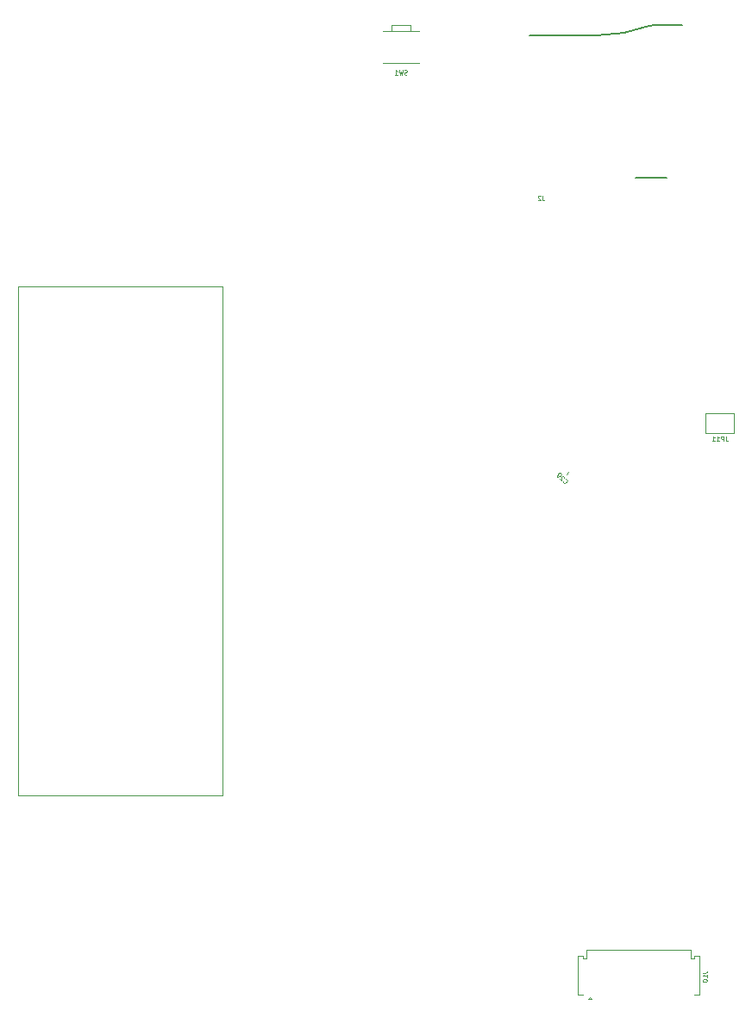
<source format=gbo>
G04 #@! TF.GenerationSoftware,KiCad,Pcbnew,5.1.5+dfsg1-2build2*
G04 #@! TF.CreationDate,2021-04-11T14:42:19-07:00*
G04 #@! TF.ProjectId,OtterCastAmp,4f747465-7243-4617-9374-416d702e6b69,rev?*
G04 #@! TF.SameCoordinates,Original*
G04 #@! TF.FileFunction,Legend,Bot*
G04 #@! TF.FilePolarity,Positive*
%FSLAX46Y46*%
G04 Gerber Fmt 4.6, Leading zero omitted, Abs format (unit mm)*
G04 Created by KiCad (PCBNEW 5.1.5+dfsg1-2build2) date 2021-04-11 14:42:19*
%MOMM*%
%LPD*%
G04 APERTURE LIST*
%ADD10C,0.100000*%
%ADD11C,0.120000*%
%ADD12C,0.127000*%
G04 APERTURE END LIST*
D10*
X140000000Y-75000000D02*
X120000000Y-75000000D01*
X140000000Y-125000000D02*
X140000000Y-75000000D01*
X120000000Y-125000000D02*
X140000000Y-125000000D01*
X120000000Y-75000000D02*
X120000000Y-125000000D01*
D11*
X175950000Y-144972132D02*
X176250000Y-144972132D01*
X176100000Y-144760000D02*
X175950000Y-144972132D01*
X176250000Y-144972132D02*
X176100000Y-144760000D01*
X186050000Y-140110000D02*
X180900000Y-140110000D01*
X186050000Y-141020000D02*
X186050000Y-140110000D01*
X186340000Y-141020000D02*
X186050000Y-141020000D01*
X186340000Y-140770000D02*
X186340000Y-141020000D01*
X186860000Y-140770000D02*
X186340000Y-140770000D01*
X186860000Y-144520000D02*
X186860000Y-140770000D01*
X186360000Y-144520000D02*
X186860000Y-144520000D01*
X175750000Y-140110000D02*
X180900000Y-140110000D01*
X175750000Y-141020000D02*
X175750000Y-140110000D01*
X175460000Y-141020000D02*
X175750000Y-141020000D01*
X175460000Y-140770000D02*
X175460000Y-141020000D01*
X174940000Y-140770000D02*
X175460000Y-140770000D01*
X174940000Y-144520000D02*
X174940000Y-140770000D01*
X175440000Y-144520000D02*
X174940000Y-144520000D01*
X187450000Y-89450000D02*
X190250000Y-89450000D01*
X190250000Y-89450000D02*
X190250000Y-87450000D01*
X190250000Y-87450000D02*
X187450000Y-87450000D01*
X187450000Y-87450000D02*
X187450000Y-89450000D01*
X158500000Y-50000000D02*
X158500000Y-49350000D01*
X158500000Y-49350000D02*
X156600000Y-49350000D01*
X156600000Y-49350000D02*
X156600000Y-50000000D01*
X155800000Y-53100000D02*
X159300000Y-53100000D01*
X159300000Y-50000000D02*
X155800000Y-50000000D01*
D12*
X183670000Y-64330000D02*
X180570000Y-64330000D01*
X177146900Y-50360000D02*
X170213000Y-50360000D01*
X181656757Y-49532278D02*
G75*
G02X177146900Y-50360000I-4509879J11872278D01*
G01*
X182665178Y-49344003D02*
G75*
G03X181668000Y-49528000I2672J-2808597D01*
G01*
X185199000Y-49344000D02*
X182667900Y-49344000D01*
D11*
X174006066Y-93243934D02*
X173793934Y-93456066D01*
D10*
X187153571Y-142405714D02*
X187475000Y-142405714D01*
X187539285Y-142384285D01*
X187582142Y-142341428D01*
X187603571Y-142277142D01*
X187603571Y-142234285D01*
X187603571Y-142855714D02*
X187603571Y-142598571D01*
X187603571Y-142727142D02*
X187153571Y-142727142D01*
X187217857Y-142684285D01*
X187260714Y-142641428D01*
X187282142Y-142598571D01*
X187153571Y-143134285D02*
X187153571Y-143177142D01*
X187175000Y-143220000D01*
X187196428Y-143241428D01*
X187239285Y-143262857D01*
X187325000Y-143284285D01*
X187432142Y-143284285D01*
X187517857Y-143262857D01*
X187560714Y-143241428D01*
X187582142Y-143220000D01*
X187603571Y-143177142D01*
X187603571Y-143134285D01*
X187582142Y-143091428D01*
X187560714Y-143070000D01*
X187517857Y-143048571D01*
X187432142Y-143027142D01*
X187325000Y-143027142D01*
X187239285Y-143048571D01*
X187196428Y-143070000D01*
X187175000Y-143091428D01*
X187153571Y-143134285D01*
X189439285Y-89753571D02*
X189439285Y-90075000D01*
X189460714Y-90139285D01*
X189503571Y-90182142D01*
X189567857Y-90203571D01*
X189610714Y-90203571D01*
X189225000Y-90203571D02*
X189225000Y-89753571D01*
X189053571Y-89753571D01*
X189010714Y-89775000D01*
X188989285Y-89796428D01*
X188967857Y-89839285D01*
X188967857Y-89903571D01*
X188989285Y-89946428D01*
X189010714Y-89967857D01*
X189053571Y-89989285D01*
X189225000Y-89989285D01*
X188539285Y-90203571D02*
X188796428Y-90203571D01*
X188667857Y-90203571D02*
X188667857Y-89753571D01*
X188710714Y-89817857D01*
X188753571Y-89860714D01*
X188796428Y-89882142D01*
X188110714Y-90203571D02*
X188367857Y-90203571D01*
X188239285Y-90203571D02*
X188239285Y-89753571D01*
X188282142Y-89817857D01*
X188325000Y-89860714D01*
X188367857Y-89882142D01*
X158150000Y-54232142D02*
X158085714Y-54253571D01*
X157978571Y-54253571D01*
X157935714Y-54232142D01*
X157914285Y-54210714D01*
X157892857Y-54167857D01*
X157892857Y-54125000D01*
X157914285Y-54082142D01*
X157935714Y-54060714D01*
X157978571Y-54039285D01*
X158064285Y-54017857D01*
X158107142Y-53996428D01*
X158128571Y-53975000D01*
X158150000Y-53932142D01*
X158150000Y-53889285D01*
X158128571Y-53846428D01*
X158107142Y-53825000D01*
X158064285Y-53803571D01*
X157957142Y-53803571D01*
X157892857Y-53825000D01*
X157742857Y-53803571D02*
X157635714Y-54253571D01*
X157550000Y-53932142D01*
X157464285Y-54253571D01*
X157357142Y-53803571D01*
X156950000Y-54253571D02*
X157207142Y-54253571D01*
X157078571Y-54253571D02*
X157078571Y-53803571D01*
X157121428Y-53867857D01*
X157164285Y-53910714D01*
X157207142Y-53932142D01*
X171437360Y-66142301D02*
X171437360Y-66463730D01*
X171458788Y-66528015D01*
X171501645Y-66570872D01*
X171565931Y-66592301D01*
X171608788Y-66592301D01*
X171244502Y-66185158D02*
X171223074Y-66163730D01*
X171180217Y-66142301D01*
X171073074Y-66142301D01*
X171030217Y-66163730D01*
X171008788Y-66185158D01*
X170987360Y-66228015D01*
X170987360Y-66270872D01*
X171008788Y-66335158D01*
X171265931Y-66592301D01*
X170987360Y-66592301D01*
X173460583Y-94198528D02*
X173460583Y-94228832D01*
X173490888Y-94289441D01*
X173521192Y-94319746D01*
X173581802Y-94350050D01*
X173642411Y-94350050D01*
X173687868Y-94334898D01*
X173763629Y-94289441D01*
X173809086Y-94243984D01*
X173854543Y-94168223D01*
X173869695Y-94122766D01*
X173869695Y-94062157D01*
X173839390Y-94001548D01*
X173809086Y-93971243D01*
X173748477Y-93940939D01*
X173718172Y-93940939D01*
X173596954Y-93819720D02*
X173596954Y-93789416D01*
X173581802Y-93743959D01*
X173506040Y-93668197D01*
X173460583Y-93653045D01*
X173430279Y-93653045D01*
X173384822Y-93668197D01*
X173354517Y-93698502D01*
X173324213Y-93759111D01*
X173324213Y-94122766D01*
X173127233Y-93925786D01*
X172975710Y-93774263D02*
X172915101Y-93713654D01*
X172899949Y-93668197D01*
X172899949Y-93637893D01*
X172915101Y-93562131D01*
X172960558Y-93486370D01*
X173081776Y-93365152D01*
X173127233Y-93349999D01*
X173157537Y-93349999D01*
X173202994Y-93365152D01*
X173263603Y-93425761D01*
X173278756Y-93471218D01*
X173278756Y-93501522D01*
X173263603Y-93546979D01*
X173187842Y-93622741D01*
X173142385Y-93637893D01*
X173112081Y-93637893D01*
X173066624Y-93622741D01*
X173006015Y-93562131D01*
X172990862Y-93516675D01*
X172990862Y-93486370D01*
X173006015Y-93440913D01*
M02*

</source>
